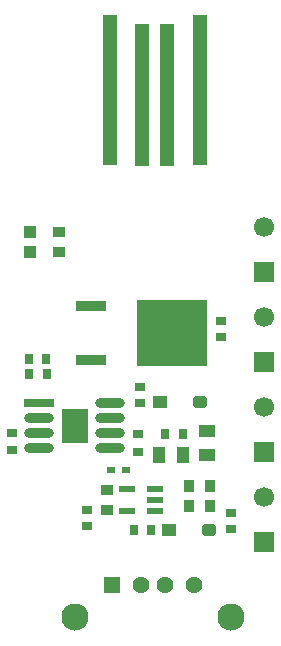
<source format=gbr>
%TF.GenerationSoftware,Altium Limited,Altium NEXUS,2.1.5 (53)*%
G04 Layer_Color=255*
%FSLAX44Y44*%
%MOMM*%
%TF.FileFunction,Pads,Top*%
%TF.Part,Single*%
G01*
G75*
%TA.AperFunction,ConnectorPad*%
%ADD10R,1.2700X12.7000*%
%ADD11R,1.2700X12.0000*%
%TA.AperFunction,SMDPad,CuDef*%
%ADD12R,1.0000X0.9000*%
%ADD13R,1.0000X1.1000*%
%ADD14R,1.2200X1.0000*%
G04:AMPARAMS|DCode=15|XSize=1mm|YSize=1.22mm|CornerRadius=0mm|HoleSize=0mm|Usage=FLASHONLY|Rotation=270.000|XOffset=0mm|YOffset=0mm|HoleType=Round|Shape=Octagon|*
%AMOCTAGOND15*
4,1,8,0.6100,0.2500,0.6100,-0.2500,0.3600,-0.5000,-0.3600,-0.5000,-0.6100,-0.2500,-0.6100,0.2500,-0.3600,0.5000,0.3600,0.5000,0.6100,0.2500,0.0*
%
%ADD15OCTAGOND15*%

%ADD16R,0.9000X0.8000*%
%ADD17R,0.8000X0.9000*%
%ADD18R,0.7000X0.9000*%
%ADD19R,2.5900X0.9500*%
%ADD20R,5.9400X5.6300*%
%ADD21O,2.5000X0.8000*%
%ADD22R,2.5000X0.8000*%
%ADD23R,2.2000X3.0000*%
%ADD24R,1.3700X0.5900*%
%ADD25R,0.9000X1.0000*%
%ADD26R,1.4000X1.0000*%
%ADD27R,1.0000X1.4000*%
%ADD28R,0.9000X0.7000*%
%ADD29R,0.8000X0.6000*%
%TA.AperFunction,ComponentPad*%
%ADD34C,2.3000*%
%ADD35C,1.4280*%
%ADD36R,1.4280X1.4280*%
%ADD37R,1.7000X1.7000*%
%ADD38C,1.7000*%
D10*
X97790Y546100D02*
D03*
X173990D02*
D03*
D11*
X146685Y542290D02*
D03*
X125095D02*
D03*
D12*
X54610Y426330D02*
D03*
Y409330D02*
D03*
X95250Y190890D02*
D03*
Y207890D02*
D03*
D13*
X30480Y426330D02*
D03*
Y409330D02*
D03*
D14*
X148289Y173990D02*
D03*
X140669Y281940D02*
D03*
D15*
X181911Y173990D02*
D03*
X174291Y281940D02*
D03*
D16*
X123190Y295290D02*
D03*
Y281290D02*
D03*
X15240Y241920D02*
D03*
Y255920D02*
D03*
X200660Y188610D02*
D03*
Y174610D02*
D03*
X78740Y177150D02*
D03*
Y191150D02*
D03*
X191770Y351170D02*
D03*
Y337170D02*
D03*
D17*
X118730Y173990D02*
D03*
X132730D02*
D03*
X29830Y318770D02*
D03*
X43830D02*
D03*
D18*
X159900Y255270D02*
D03*
X144900D02*
D03*
X29450Y306070D02*
D03*
X44450D02*
D03*
D19*
X81860Y317500D02*
D03*
Y363220D02*
D03*
D20*
X150360Y340360D02*
D03*
D21*
X98354Y243078D02*
D03*
Y255778D02*
D03*
Y268478D02*
D03*
Y281178D02*
D03*
X38354Y243078D02*
D03*
Y255778D02*
D03*
Y268478D02*
D03*
D22*
Y281178D02*
D03*
D23*
X68580Y261620D02*
D03*
D24*
X112710Y189890D02*
D03*
Y208890D02*
D03*
X136210D02*
D03*
Y199390D02*
D03*
Y189890D02*
D03*
D25*
X182490Y194310D02*
D03*
X165490D02*
D03*
X165490Y210820D02*
D03*
X182490D02*
D03*
D26*
X180340Y237650D02*
D03*
Y257650D02*
D03*
D27*
X159860Y237490D02*
D03*
X139860D02*
D03*
D28*
X121920Y255150D02*
D03*
Y240150D02*
D03*
D29*
X99410Y224790D02*
D03*
X111410D02*
D03*
D34*
X200320Y100230D02*
D03*
X68920D02*
D03*
D35*
X169620Y127330D02*
D03*
X144620D02*
D03*
X124620D02*
D03*
D36*
X99620D02*
D03*
D37*
X228600Y163830D02*
D03*
Y240030D02*
D03*
Y392430D02*
D03*
Y316230D02*
D03*
D38*
Y201930D02*
D03*
Y278130D02*
D03*
Y430530D02*
D03*
Y354330D02*
D03*
%TF.MD5,16a92d248e4602476ccef256cb2662d3*%
M02*

</source>
